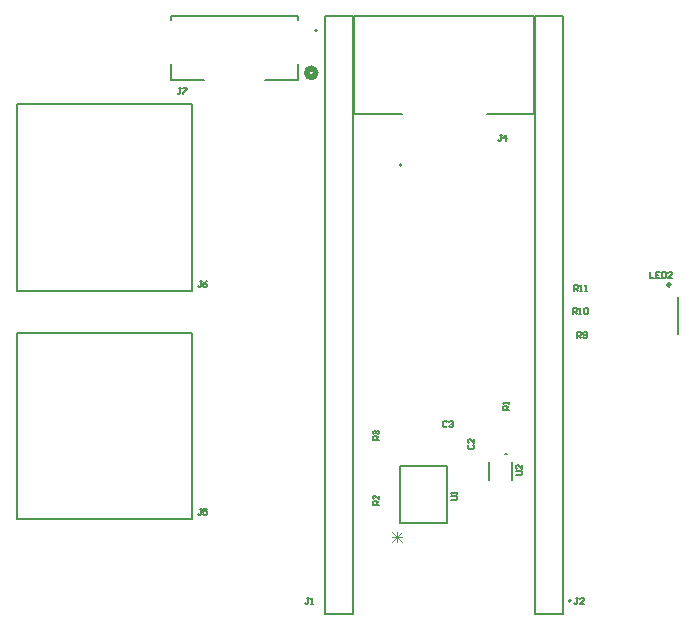
<source format=gbr>
%TF.GenerationSoftware,Altium Limited,Altium Designer,23.5.1 (21)*%
G04 Layer_Color=65535*
%FSLAX45Y45*%
%MOMM*%
%TF.SameCoordinates,251D8D79-0CC1-4DB5-8A6B-B6CDDAA58204*%
%TF.FilePolarity,Positive*%
%TF.FileFunction,Legend,Top*%
%TF.Part,Single*%
G01*
G75*
%TA.AperFunction,NonConductor*%
%ADD53C,0.20000*%
%ADD54C,0.50800*%
%ADD55C,0.25400*%
%ADD56C,0.15240*%
%ADD57C,0.12700*%
%ADD58C,0.07620*%
%ADD59C,0.15000*%
D53*
X4850000Y150000D02*
G03*
X4850000Y150000I-10000J0D01*
G01*
X2700000Y4980000D02*
G03*
X2700000Y4980000I-10000J0D01*
G01*
X3415000Y3840000D02*
G03*
X3415000Y3840000I-10000J0D01*
G01*
X4544848Y40000D02*
X4786148D01*
X4544848Y5100000D02*
X4786148D01*
X4544848Y40000D02*
Y5100000D01*
X4786148Y40000D02*
Y5100000D01*
X2766850D02*
X3008150D01*
X2766850Y40000D02*
X3008150D01*
Y5100000D01*
X2766850Y40000D02*
Y5100000D01*
X3015500D02*
X4539500D01*
X3015500Y4271500D02*
Y5100000D01*
X4539500Y4271500D02*
Y5100000D01*
X3015500Y4271500D02*
X3420000D01*
X4135000D02*
X4539500D01*
D54*
X2688100Y4620000D02*
G03*
X2688100Y4620000I-38100J0D01*
G01*
D55*
X5680000Y2838250D02*
G03*
X5680000Y2838250I0J-12700D01*
G01*
D56*
X4307383Y1388684D02*
G03*
X4292617Y1388684I-7383J1886D01*
G01*
X1460250Y4557900D02*
Y4692386D01*
Y5100000D02*
X2539750D01*
X1460250Y5068814D02*
Y5100000D01*
Y4557900D02*
X1738586D01*
X2539750D02*
Y4692386D01*
X2261414Y4557900D02*
X2539750D01*
Y5068814D02*
Y5100000D01*
X5755184Y2408550D02*
Y2723950D01*
X4347790Y1172530D02*
Y1327470D01*
X4152210Y1172530D02*
Y1327470D01*
X3798120Y809970D02*
Y1290030D01*
X3401880D02*
X3798120D01*
X3401880Y809970D02*
Y1290030D01*
Y809970D02*
X3798120D01*
D57*
X162000Y4352500D02*
X1638000D01*
Y2772500D02*
Y4352500D01*
X162000Y2772500D02*
X1638000D01*
X162000D02*
Y4352500D01*
Y840000D02*
Y2420000D01*
Y840000D02*
X1638000D01*
Y2420000D01*
X162000D02*
X1638000D01*
D58*
X3333266Y648680D02*
X3417906Y733319D01*
Y648680D02*
X3333266Y733319D01*
X3375586Y648680D02*
Y733319D01*
X3417906Y691000D02*
X3333266D01*
D59*
X4875851Y2775008D02*
Y2824992D01*
X4900843D01*
X4909174Y2816661D01*
Y2800000D01*
X4900843Y2791669D01*
X4875851D01*
X4892512D02*
X4909174Y2775008D01*
X4925835D02*
X4942496D01*
X4934165D01*
Y2824992D01*
X4925835Y2816661D01*
X4967488Y2775008D02*
X4984149D01*
X4975819D01*
Y2824992D01*
X4967488Y2816661D01*
X4867520Y2575008D02*
Y2624992D01*
X4892512D01*
X4900843Y2616661D01*
Y2600000D01*
X4892512Y2591669D01*
X4867520D01*
X4884181D02*
X4900843Y2575008D01*
X4917504D02*
X4934165D01*
X4925835D01*
Y2624992D01*
X4917504Y2616661D01*
X4959157D02*
X4967488Y2624992D01*
X4984149D01*
X4992480Y2616661D01*
Y2583339D01*
X4984149Y2575008D01*
X4967488D01*
X4959157Y2583339D01*
Y2616661D01*
X4898347Y2375008D02*
Y2424992D01*
X4923339D01*
X4931670Y2416661D01*
Y2400000D01*
X4923339Y2391669D01*
X4898347D01*
X4915008D02*
X4931670Y2375008D01*
X4948331Y2383339D02*
X4956661Y2375008D01*
X4973323D01*
X4981653Y2383339D01*
Y2416661D01*
X4973323Y2424992D01*
X4956661D01*
X4948331Y2416661D01*
Y2408331D01*
X4956661Y2400000D01*
X4981653D01*
X4385008Y1218347D02*
X4426661D01*
X4434992Y1226678D01*
Y1243339D01*
X4426661Y1251670D01*
X4385008D01*
X4434992Y1301653D02*
Y1268331D01*
X4401669Y1301653D01*
X4393339D01*
X4385008Y1293323D01*
Y1276661D01*
X4393339Y1268331D01*
X3835008Y1006678D02*
X3876661D01*
X3884992Y1015008D01*
Y1031670D01*
X3876661Y1040000D01*
X3835008D01*
X3884992Y1056661D02*
Y1073322D01*
Y1064992D01*
X3835008D01*
X3843339Y1056661D01*
X3224992Y1508347D02*
X3175008D01*
Y1533339D01*
X3183339Y1541670D01*
X3200000D01*
X3208331Y1533339D01*
Y1508347D01*
Y1525008D02*
X3224992Y1541670D01*
X3183339Y1558331D02*
X3175008Y1566661D01*
Y1583322D01*
X3183339Y1591653D01*
X3191669D01*
X3200000Y1583322D01*
Y1574992D01*
Y1583322D01*
X3208331Y1591653D01*
X3216661D01*
X3224992Y1583322D01*
Y1566661D01*
X3216661Y1558331D01*
X3224992Y958347D02*
X3175008D01*
Y983339D01*
X3183339Y991670D01*
X3200000D01*
X3208331Y983339D01*
Y958347D01*
Y975008D02*
X3224992Y991670D01*
Y1041653D02*
Y1008331D01*
X3191669Y1041653D01*
X3183339D01*
X3175008Y1033323D01*
Y1016661D01*
X3183339Y1008331D01*
X4324992Y1766677D02*
X4275008D01*
Y1791669D01*
X4283338Y1800000D01*
X4300000D01*
X4308330Y1791669D01*
Y1766677D01*
Y1783339D02*
X4324992Y1800000D01*
Y1816661D02*
Y1833322D01*
Y1824992D01*
X4275008D01*
X4283338Y1816661D01*
X3801670Y1666661D02*
X3793339Y1674992D01*
X3776678D01*
X3768347Y1666661D01*
Y1633339D01*
X3776678Y1625008D01*
X3793339D01*
X3801670Y1633339D01*
X3818331Y1666661D02*
X3826661Y1674992D01*
X3843323D01*
X3851653Y1666661D01*
Y1658331D01*
X3843323Y1650000D01*
X3834992D01*
X3843323D01*
X3851653Y1641669D01*
Y1633339D01*
X3843323Y1625008D01*
X3826661D01*
X3818331Y1633339D01*
X3983338Y1471670D02*
X3975008Y1463339D01*
Y1446678D01*
X3983338Y1438347D01*
X4016661D01*
X4024992Y1446678D01*
Y1463339D01*
X4016661Y1471670D01*
X4024992Y1521653D02*
Y1488331D01*
X3991669Y1521653D01*
X3983338D01*
X3975008Y1513323D01*
Y1496661D01*
X3983338Y1488331D01*
X5518363Y2936242D02*
Y2886258D01*
X5551686D01*
X5601670Y2936242D02*
X5568347D01*
Y2886258D01*
X5601670D01*
X5568347Y2911250D02*
X5585008D01*
X5618331Y2936242D02*
Y2886258D01*
X5643322D01*
X5651653Y2894589D01*
Y2927911D01*
X5643322Y2936242D01*
X5618331D01*
X5701637Y2886258D02*
X5668314D01*
X5701637Y2919581D01*
Y2927911D01*
X5693306Y2936242D01*
X5676645D01*
X5668314Y2927911D01*
X1551670Y4494992D02*
X1535008D01*
X1543339D01*
Y4453339D01*
X1535008Y4445008D01*
X1526678D01*
X1518347Y4453339D01*
X1568331Y4494992D02*
X1601653D01*
Y4486661D01*
X1568331Y4453339D01*
Y4445008D01*
X1721670Y2854992D02*
X1705008D01*
X1713339D01*
Y2813339D01*
X1705008Y2805008D01*
X1696678D01*
X1688347Y2813339D01*
X1771653Y2854992D02*
X1754992Y2846661D01*
X1738331Y2830000D01*
Y2813339D01*
X1746661Y2805008D01*
X1763323D01*
X1771653Y2813339D01*
Y2821669D01*
X1763323Y2830000D01*
X1738331D01*
X1721670Y924992D02*
X1705008D01*
X1713339D01*
Y883339D01*
X1705008Y875008D01*
X1696678D01*
X1688347Y883339D01*
X1771653Y924992D02*
X1738331D01*
Y900000D01*
X1754992Y908331D01*
X1763323D01*
X1771653Y900000D01*
Y883339D01*
X1763323Y875008D01*
X1746661D01*
X1738331Y883339D01*
X4261670Y4094992D02*
X4245008D01*
X4253339D01*
Y4053339D01*
X4245008Y4045008D01*
X4236678D01*
X4228347Y4053339D01*
X4303323Y4045008D02*
Y4094992D01*
X4278331Y4070000D01*
X4311653D01*
X4911670Y174992D02*
X4895008D01*
X4903339D01*
Y133339D01*
X4895008Y125008D01*
X4886678D01*
X4878347Y133339D01*
X4961653Y125008D02*
X4928331D01*
X4961653Y158331D01*
Y166661D01*
X4953323Y174992D01*
X4936661D01*
X4928331Y166661D01*
X2630000Y174992D02*
X2613339D01*
X2621670D01*
Y133339D01*
X2613339Y125008D01*
X2605009D01*
X2596678Y133339D01*
X2646661Y125008D02*
X2663323D01*
X2654992D01*
Y174992D01*
X2646661Y166661D01*
%TF.MD5,01c1290275124ea544d62d09d1084b22*%
M02*

</source>
